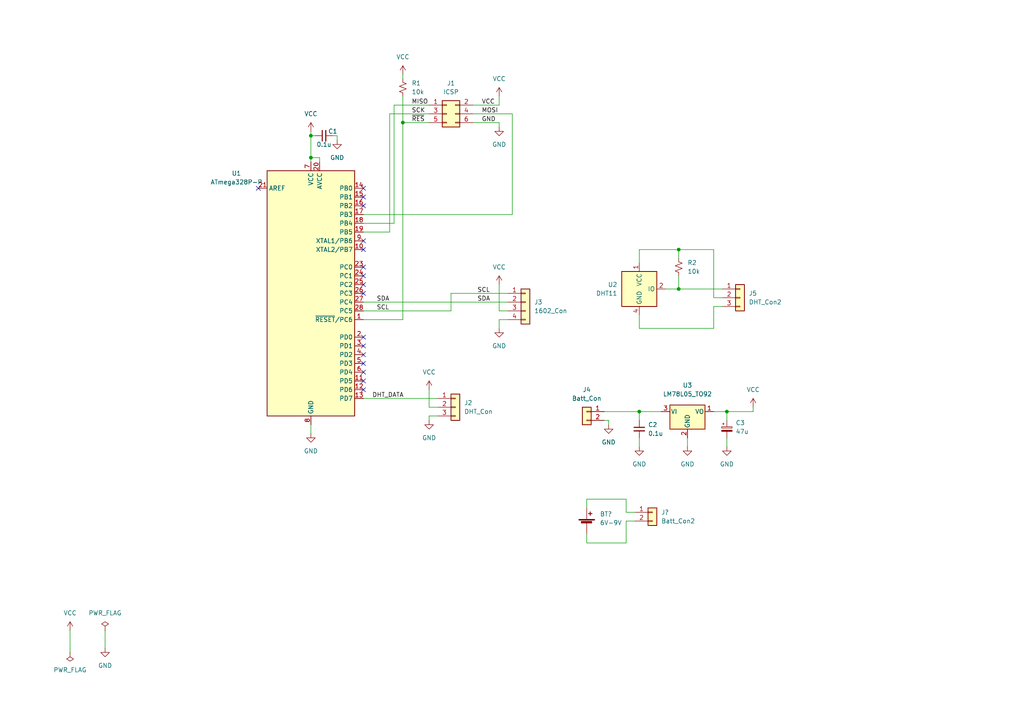
<source format=kicad_sch>
(kicad_sch (version 20211123) (generator eeschema)
  (paper "A4")
  (title_block (title "DHT11を使用した温湿度計") (date "2022-12-04") (rev "1") (company "KUNI-NET") (comment 1 "温湿度センサーにDHT11を使用した温湿度計。液晶をI2C接続する。"))
  (lib_symbols
    (symbol "Connector_Generic:Conn_01x02" (pin_names (offset 1.016) hide)
      (property "Reference" "J" (at 0 2.54 0))
      (property "Value" "Conn_01x02" (at 0 -5.08 0))
      (symbol "Conn_01x02_1_1"
        (rectangle (start -1.27 -2.413) (end 0 -2.667) (stroke (width 0.1524)))
        (rectangle (start -1.27 0.127) (end 0 -0.127) (stroke (width 0.1524)))
        (rectangle (start -1.27 1.27) (end 1.27 -3.81) (stroke (width 0.254)) (fill (type background)))
        (pin passive line (at -5.08 0 0) (length 3.81) (name "Pin_1") (number "1"))
        (pin passive line (at -5.08 -2.54 0) (length 3.81) (name "Pin_2") (number "2"))
      )
    )
    (symbol "Connector_Generic:Conn_01x03" (pin_names (offset 1.016) hide)
      (property "Reference" "J" (at 0 5.08 0))
      (property "Value" "Conn_01x03" (at 0 -5.08 0))
      (symbol "Conn_01x03_1_1"
        (rectangle (start -1.27 -2.413) (end 0 -2.667) (stroke (width 0.1524)))
        (rectangle (start -1.27 0.127) (end 0 -0.127) (stroke (width 0.1524)))
        (rectangle (start -1.27 2.667) (end 0 2.413) (stroke (width 0.1524)))
        (rectangle (start -1.27 3.81) (end 1.27 -3.81) (stroke (width 0.254)) (fill (type background)))
        (pin passive line (at -5.08 2.54 0) (length 3.81) (name "Pin_1") (number "1"))
        (pin passive line (at -5.08 0 0) (length 3.81) (name "Pin_2") (number "2"))
        (pin passive line (at -5.08 -2.54 0) (length 3.81) (name "Pin_3") (number "3"))
      )
    )
    (symbol "Connector_Generic:Conn_01x04" (pin_names (offset 1.016) hide)
      (property "Reference" "J" (at 0 5.08 0))
      (property "Value" "Conn_01x04" (at 0 -7.62 0))
      (symbol "Conn_01x04_1_1"
        (rectangle (start -1.27 -4.953) (end 0 -5.207) (stroke (width 0.1524)))
        (rectangle (start -1.27 -2.413) (end 0 -2.667) (stroke (width 0.1524)))
        (rectangle (start -1.27 0.127) (end 0 -0.127) (stroke (width 0.1524)))
        (rectangle (start -1.27 2.667) (end 0 2.413) (stroke (width 0.1524)))
        (rectangle (start -1.27 3.81) (end 1.27 -6.35) (stroke (width 0.254)) (fill (type background)))
        (pin passive line (at -5.08 2.54 0) (length 3.81) (name "Pin_1") (number "1"))
        (pin passive line (at -5.08 0 0) (length 3.81) (name "Pin_2") (number "2"))
        (pin passive line (at -5.08 -2.54 0) (length 3.81) (name "Pin_3") (number "3"))
        (pin passive line (at -5.08 -5.08 0) (length 3.81) (name "Pin_4") (number "4"))
      )
    )
    (symbol "Connector_Generic:Conn_02x03_Odd_Even" (pin_names (offset 1.016) hide)
      (property "Reference" "J" (at 1.27 5.08 0))
      (property "Value" "Conn_02x03_Odd_Even" (at 1.27 -5.08 0))
      (symbol "Conn_02x03_Odd_Even_1_1"
        (rectangle (start -1.27 -2.413) (end 0 -2.667) (stroke (width 0.1524)))
        (rectangle (start -1.27 0.127) (end 0 -0.127) (stroke (width 0.1524)))
        (rectangle (start -1.27 2.667) (end 0 2.413) (stroke (width 0.1524)))
        (rectangle (start -1.27 3.81) (end 3.81 -3.81) (stroke (width 0.254)) (fill (type background)))
        (rectangle (start 3.81 -2.413) (end 2.54 -2.667) (stroke (width 0.1524)))
        (rectangle (start 3.81 0.127) (end 2.54 -0.127) (stroke (width 0.1524)))
        (rectangle (start 3.81 2.667) (end 2.54 2.413) (stroke (width 0.1524)))
        (pin passive line (at -5.08 2.54 0) (length 3.81) (name "Pin_1") (number "1"))
        (pin passive line (at 7.62 2.54 180) (length 3.81) (name "Pin_2") (number "2"))
        (pin passive line (at -5.08 0 0) (length 3.81) (name "Pin_3") (number "3"))
        (pin passive line (at 7.62 0 180) (length 3.81) (name "Pin_4") (number "4"))
        (pin passive line (at -5.08 -2.54 0) (length 3.81) (name "Pin_5") (number "5"))
        (pin passive line (at 7.62 -2.54 180) (length 3.81) (name "Pin_6") (number "6"))
      )
    )
    (symbol "Device:Battery_Cell" (pin_numbers hide) (pin_names (offset 0) hide)
      (property "Reference" "BT" (at 2.54 2.54 0))
      (property "Value" "Battery_Cell" (at 2.54 0 0))
      (symbol "Battery_Cell_0_1"
        (rectangle (start -2.286 1.778) (end 2.286 1.524) (fill (type outline)))
        (rectangle (start -1.5748 1.1938) (end 1.4732 0.6858) (fill (type outline)))
        (polyline (pts (xy 0 0.762) (xy 0 0)))
        (polyline (pts (xy 0 1.778) (xy 0 2.54)))
        (polyline (pts (xy 0.508 3.429) (xy 1.524 3.429)) (stroke (width 0.254)))
        (polyline (pts (xy 1.016 3.937) (xy 1.016 2.921)) (stroke (width 0.254)))
      )
      (symbol "Battery_Cell_1_1"
        (pin passive line (at 0 5.08 270) (length 2.54) (name "+") (number "1"))
        (pin passive line (at 0 -2.54 90) (length 2.54) (name "-") (number "2"))
      )
    )
    (symbol "Device:C_Polarized_Small" (pin_numbers hide) (pin_names (offset 0.254) hide)
      (property "Reference" "C" (at 0.254 1.778 0))
      (property "Value" "C_Polarized_Small" (at 0.254 -2.032 0))
      (symbol "C_Polarized_Small_0_1"
        (rectangle (start -1.524 -0.3048) (end 1.524 -0.6858) (fill (type outline)))
        (rectangle (start -1.524 0.6858) (end 1.524 0.3048))
        (polyline (pts (xy -1.27 1.524) (xy -0.762 1.524)))
        (polyline (pts (xy -1.016 1.27) (xy -1.016 1.778)))
      )
      (symbol "C_Polarized_Small_1_1"
        (pin passive line (at 0 2.54 270) (length 1.8542) (name "~") (number "1"))
        (pin passive line (at 0 -2.54 90) (length 1.8542) (name "~") (number "2"))
      )
    )
    (symbol "Device:C_Small" (pin_numbers hide) (pin_names (offset 0.254) hide)
      (property "Reference" "C" (at 0.254 1.778 0))
      (property "Value" "C_Small" (at 0.254 -2.032 0))
      (symbol "C_Small_0_1"
        (polyline (pts (xy -1.524 -0.508) (xy 1.524 -0.508)) (stroke (width 0.3302)))
        (polyline (pts (xy -1.524 0.508) (xy 1.524 0.508)) (stroke (width 0.3048)))
      )
      (symbol "C_Small_1_1"
        (pin passive line (at 0 2.54 270) (length 2.032) (name "~") (number "1"))
        (pin passive line (at 0 -2.54 90) (length 2.032) (name "~") (number "2"))
      )
    )
    (symbol "Device:R_Small_US" (pin_numbers hide) (pin_names (offset 0.254) hide)
      (property "Reference" "R" (at 0.762 0.508 0))
      (property "Value" "R_Small_US" (at 0.762 -1.016 0))
      (symbol "R_Small_US_1_1"
        (polyline (pts (xy 0 0) (xy 1.016 -0.381) (xy 0 -0.762) (xy -1.016 -1.143) (xy 0 -1.524)))
        (polyline (pts (xy 0 1.524) (xy 1.016 1.143) (xy 0 0.762) (xy -1.016 0.381) (xy 0 0)))
        (pin passive line (at 0 2.54 270) (length 1.016) (name "~") (number "1"))
        (pin passive line (at 0 -2.54 90) (length 1.016) (name "~") (number "2"))
      )
    )
    (symbol "MCU_Microchip_ATmega:ATmega328P-P"
      (property "Reference" "U" (at -12.7 36.83 0))
      (property "Value" "ATmega328P-P" (at 2.54 -36.83 0))
      (symbol "ATmega328P-P_0_1"
        (rectangle (start -12.7 -35.56) (end 12.7 35.56) (stroke (width 0.254)) (fill (type background)))
      )
      (symbol "ATmega328P-P_1_1"
        (pin bidirectional line (at 15.24 -7.62 180) (length 2.54) (name "~{RESET}/PC6") (number "1"))
        (pin bidirectional line (at 15.24 12.7 180) (length 2.54) (name "XTAL2/PB7") (number "10"))
        (pin bidirectional line (at 15.24 -25.4 180) (length 2.54) (name "PD5") (number "11"))
        (pin bidirectional line (at 15.24 -27.94 180) (length 2.54) (name "PD6") (number "12"))
        (pin bidirectional line (at 15.24 -30.48 180) (length 2.54) (name "PD7") (number "13"))
        (pin bidirectional line (at 15.24 30.48 180) (length 2.54) (name "PB0") (number "14"))
        (pin bidirectional line (at 15.24 27.94 180) (length 2.54) (name "PB1") (number "15"))
        (pin bidirectional line (at 15.24 25.4 180) (length 2.54) (name "PB2") (number "16"))
        (pin bidirectional line (at 15.24 22.86 180) (length 2.54) (name "PB3") (number "17"))
        (pin bidirectional line (at 15.24 20.32 180) (length 2.54) (name "PB4") (number "18"))
        (pin bidirectional line (at 15.24 17.78 180) (length 2.54) (name "PB5") (number "19"))
        (pin bidirectional line (at 15.24 -12.7 180) (length 2.54) (name "PD0") (number "2"))
        (pin power_in line (at 2.54 38.1 270) (length 2.54) (name "AVCC") (number "20"))
        (pin passive line (at -15.24 30.48 0) (length 2.54) (name "AREF") (number "21"))
        (pin passive line (at 0 -38.1 90) (length 2.54) hide (name "GND") (number "22"))
        (pin bidirectional line (at 15.24 7.62 180) (length 2.54) (name "PC0") (number "23"))
        (pin bidirectional line (at 15.24 5.08 180) (length 2.54) (name "PC1") (number "24"))
        (pin bidirectional line (at 15.24 2.54 180) (length 2.54) (name "PC2") (number "25"))
        (pin bidirectional line (at 15.24 0 180) (length 2.54) (name "PC3") (number "26"))
        (pin bidirectional line (at 15.24 -2.54 180) (length 2.54) (name "PC4") (number "27"))
        (pin bidirectional line (at 15.24 -5.08 180) (length 2.54) (name "PC5") (number "28"))
        (pin bidirectional line (at 15.24 -15.24 180) (length 2.54) (name "PD1") (number "3"))
        (pin bidirectional line (at 15.24 -17.78 180) (length 2.54) (name "PD2") (number "4"))
        (pin bidirectional line (at 15.24 -20.32 180) (length 2.54) (name "PD3") (number "5"))
        (pin bidirectional line (at 15.24 -22.86 180) (length 2.54) (name "PD4") (number "6"))
        (pin power_in line (at 0 38.1 270) (length 2.54) (name "VCC") (number "7"))
        (pin power_in line (at 0 -38.1 90) (length 2.54) (name "GND") (number "8"))
        (pin bidirectional line (at 15.24 15.24 180) (length 2.54) (name "XTAL1/PB6") (number "9"))
      )
    )
    (symbol "Regulator_Linear:LM78L05_TO92" (pin_names (offset 0.254))
      (property "Reference" "U" (at -3.81 3.175 0))
      (property "Value" "LM78L05_TO92" (at 0 3.175 0))
      (symbol "LM78L05_TO92_0_1"
        (rectangle (start -5.08 -5.08) (end 5.08 1.905) (stroke (width 0.254)) (fill (type background)))
      )
      (symbol "LM78L05_TO92_1_1"
        (pin power_out line (at 7.62 0 180) (length 2.54) (name "VO") (number "1"))
        (pin power_in line (at 0 -7.62 90) (length 2.54) (name "GND") (number "2"))
        (pin power_in line (at -7.62 0 0) (length 2.54) (name "VI") (number "3"))
      )
    )
    (symbol "Sensor:DHT11"
      (property "Reference" "U" (at -3.81 6.35 0))
      (property "Value" "DHT11" (at 3.81 6.35 0))
      (symbol "DHT11_0_1"
        (rectangle (start -5.08 5.08) (end 5.08 -5.08) (stroke (width 0.254)) (fill (type background)))
      )
      (symbol "DHT11_1_1"
        (pin power_in line (at 0 7.62 270) (length 2.54) (name "VCC") (number "1"))
        (pin bidirectional line (at 7.62 0 180) (length 2.54) (name "IO") (number "2"))
        (pin no_connect line (at -5.08 0 0) (length 2.54) hide (name "NC") (number "3"))
        (pin power_in line (at 0 -7.62 90) (length 2.54) (name "GND") (number "4"))
      )
    )
    (symbol "power:GND" (power) (pin_names (offset 0))
      (property "Value" "GND" (at 0 -3.81 0))
      (symbol "GND_0_1"
        (polyline (pts (xy 0 0) (xy 0 -1.27) (xy 1.27 -1.27) (xy 0 -2.54) (xy -1.27 -1.27) (xy 0 -1.27)))
      )
      (symbol "GND_1_1"
        (pin power_in line (at 0 0 270) (length 0) hide (name "GND") (number "1"))
      )
    )
    (symbol "power:PWR_FLAG" (power) (pin_numbers hide) (pin_names (offset 0) hide)
      (property "Value" "PWR_FLAG" (at 0 3.81 0))
      (symbol "PWR_FLAG_0_0"
        (pin power_out line (at 0 0 90) (length 0) (name "pwr") (number "1"))
      )
      (symbol "PWR_FLAG_0_1"
        (polyline (pts (xy 0 0) (xy 0 1.27) (xy -1.016 1.905) (xy 0 2.54) (xy 1.016 1.905) (xy 0 1.27)))
      )
    )
    (symbol "power:VCC" (power) (pin_names (offset 0))
      (property "Value" "VCC" (at 0 3.81 0))
      (symbol "VCC_0_1"
        (polyline (pts (xy -0.762 1.27) (xy 0 2.54)))
        (polyline (pts (xy 0 0) (xy 0 2.54)))
        (polyline (pts (xy 0 2.54) (xy 0.762 1.27)))
      )
      (symbol "VCC_1_1"
        (pin power_in line (at 0 0 90) (length 0) hide (name "VCC") (number "1"))
      )
    )
  )
  (junction (at 185.42 119.38))
  (junction (at 196.85 83.82))
  (junction (at 90.17 39.37))
  (junction (at 116.84 35.56))
  (junction (at 196.85 72.39))
  (junction (at 90.17 45.72))
  (junction (at 210.82 119.38))
  (no_connect (at 74.93 54.61))
  (no_connect (at 105.41 54.61))
  (no_connect (at 105.41 85.09))
  (no_connect (at 105.41 110.49))
  (no_connect (at 105.41 113.03))
  (no_connect (at 105.41 97.79))
  (no_connect (at 105.41 100.33))
  (no_connect (at 105.41 102.87))
  (no_connect (at 105.41 105.41))
  (no_connect (at 105.41 107.95))
  (no_connect (at 105.41 80.01))
  (no_connect (at 105.41 82.55))
  (no_connect (at 105.41 77.47))
  (no_connect (at 105.41 69.85))
  (no_connect (at 105.41 72.39))
  (no_connect (at 105.41 57.15))
  (no_connect (at 105.41 59.69))
  (wire (pts (xy 113.03 33.02) (xy 124.46 33.02)))
  (wire (pts (xy 20.32 182.88) (xy 20.32 189.23)))
  (wire (pts (xy 137.16 33.02) (xy 148.59 33.02)))
  (wire (pts (xy 184.15 151.13) (xy 181.61 151.13)))
  (wire (pts (xy 181.61 157.48) (xy 170.18 157.48)))
  (wire (pts (xy 92.71 45.72) (xy 92.71 46.99)))
  (wire (pts (xy 147.32 90.17) (xy 144.78 90.17)))
  (wire (pts (xy 130.81 90.17) (xy 130.81 85.09)))
  (wire (pts (xy 148.59 62.23) (xy 148.59 33.02)))
  (wire (pts (xy 144.78 35.56) (xy 144.78 36.83)))
  (wire (pts (xy 116.84 27.94) (xy 116.84 35.56)))
  (wire (pts (xy 90.17 123.19) (xy 90.17 125.73)))
  (wire (pts (xy 185.42 119.38) (xy 185.42 121.92)))
  (wire (pts (xy 124.46 113.03) (xy 124.46 118.11)))
  (wire (pts (xy 116.84 35.56) (xy 124.46 35.56)))
  (wire (pts (xy 90.17 38.1) (xy 90.17 39.37)))
  (wire (pts (xy 144.78 27.94) (xy 144.78 30.48)))
  (wire (pts (xy 181.61 148.59) (xy 184.15 148.59)))
  (wire (pts (xy 196.85 72.39) (xy 196.85 74.93)))
  (wire (pts (xy 90.17 45.72) (xy 90.17 46.99)))
  (wire (pts (xy 170.18 157.48) (xy 170.18 154.94)))
  (wire (pts (xy 196.85 80.01) (xy 196.85 83.82)))
  (wire (pts (xy 210.82 119.38) (xy 210.82 121.92)))
  (wire (pts (xy 105.41 67.31) (xy 113.03 67.31)))
  (wire (pts (xy 144.78 92.71) (xy 144.78 95.25)))
  (wire (pts (xy 207.01 95.25) (xy 207.01 88.9)))
  (wire (pts (xy 116.84 92.71) (xy 116.84 35.56)))
  (wire (pts (xy 137.16 35.56) (xy 144.78 35.56)))
  (wire (pts (xy 105.41 92.71) (xy 116.84 92.71)))
  (wire (pts (xy 90.17 45.72) (xy 92.71 45.72)))
  (wire (pts (xy 114.3 64.77) (xy 105.41 64.77)))
  (wire (pts (xy 170.18 147.32) (xy 170.18 144.78)))
  (wire (pts (xy 105.41 90.17) (xy 130.81 90.17)))
  (wire (pts (xy 90.17 39.37) (xy 91.44 39.37)))
  (wire (pts (xy 185.42 72.39) (xy 196.85 72.39)))
  (wire (pts (xy 176.53 121.92) (xy 176.53 123.19)))
  (wire (pts (xy 175.26 119.38) (xy 185.42 119.38)))
  (wire (pts (xy 144.78 82.55) (xy 144.78 90.17)))
  (wire (pts (xy 185.42 127) (xy 185.42 129.54)))
  (wire (pts (xy 170.18 144.78) (xy 181.61 144.78)))
  (wire (pts (xy 130.81 85.09) (xy 147.32 85.09)))
  (wire (pts (xy 114.3 30.48) (xy 114.3 64.77)))
  (wire (pts (xy 113.03 67.31) (xy 113.03 33.02)))
  (wire (pts (xy 207.01 119.38) (xy 210.82 119.38)))
  (wire (pts (xy 196.85 83.82) (xy 209.55 83.82)))
  (wire (pts (xy 97.79 39.37) (xy 97.79 40.64)))
  (wire (pts (xy 105.41 115.57) (xy 127 115.57)))
  (wire (pts (xy 210.82 127) (xy 210.82 129.54)))
  (wire (pts (xy 124.46 120.65) (xy 124.46 121.92)))
  (wire (pts (xy 185.42 95.25) (xy 207.01 95.25)))
  (wire (pts (xy 199.39 127) (xy 199.39 129.54)))
  (wire (pts (xy 114.3 30.48) (xy 124.46 30.48)))
  (wire (pts (xy 144.78 92.71) (xy 147.32 92.71)))
  (wire (pts (xy 96.52 39.37) (xy 97.79 39.37)))
  (wire (pts (xy 116.84 21.59) (xy 116.84 22.86)))
  (wire (pts (xy 207.01 86.36) (xy 209.55 86.36)))
  (wire (pts (xy 181.61 144.78) (xy 181.61 148.59)))
  (wire (pts (xy 175.26 121.92) (xy 176.53 121.92)))
  (wire (pts (xy 185.42 119.38) (xy 191.77 119.38)))
  (wire (pts (xy 207.01 88.9) (xy 209.55 88.9)))
  (wire (pts (xy 30.48 182.88) (xy 30.48 187.96)))
  (wire (pts (xy 90.17 39.37) (xy 90.17 45.72)))
  (wire (pts (xy 193.04 83.82) (xy 196.85 83.82)))
  (wire (pts (xy 181.61 151.13) (xy 181.61 157.48)))
  (wire (pts (xy 137.16 30.48) (xy 144.78 30.48)))
  (wire (pts (xy 196.85 72.39) (xy 207.01 72.39)))
  (wire (pts (xy 207.01 72.39) (xy 207.01 86.36)))
  (wire (pts (xy 124.46 118.11) (xy 127 118.11)))
  (wire (pts (xy 185.42 91.44) (xy 185.42 95.25)))
  (wire (pts (xy 185.42 76.2) (xy 185.42 72.39)))
  (wire (pts (xy 210.82 119.38) (xy 218.44 119.38)))
  (wire (pts (xy 105.41 87.63) (xy 147.32 87.63)))
  (wire (pts (xy 127 120.65) (xy 124.46 120.65)))
  (wire (pts (xy 218.44 119.38) (xy 218.44 118.11)))
  (wire (pts (xy 105.41 62.23) (xy 148.59 62.23)))
  (label "SDA" (at 138.43 87.63 0))
  (label "~{RES}" (at 119.38 35.56 0))
  (label "DHT_DATA" (at 107.95 115.57 0))
  (label "SDA" (at 109.22 87.63 0))
  (label "SCL" (at 109.22 90.17 0))
  (label "GND" (at 139.7 35.56 0))
  (label "MOSI" (at 139.7 33.02 0))
  (label "SCK" (at 119.38 33.02 0))
  (label "VCC" (at 139.7 30.48 0))
  (label "MISO" (at 119.38 30.48 0))
  (label "SCL" (at 138.43 85.09 0))
  (symbol (lib_id "Device:R_Small_US") (at 116.84 25.4 0) (unit 1)
    (property "Reference" "R1" (at 119.38 24.1299 0) (effects (justify left)))
    (property "Value" "10k" (at 119.38 26.6699 0) (effects (justify left)))
  )
  (symbol (lib_id "Connector_Generic:Conn_01x03") (at 214.63 86.36 0) (unit 1)
    (property "Reference" "J5" (at 217.17 85.0899 0) (effects (justify left)))
    (property "Value" "DHT_Con2" (at 217.17 87.6299 0) (effects (justify left)))
  )
  (symbol (lib_id "Connector_Generic:Conn_01x02") (at 189.23 148.59 0) (unit 1)
    (property "Reference" "J?" (at 191.77 148.5899 0) (effects (justify left)))
    (property "Value" "Batt_Con2" (at 191.77 151.1299 0) (effects (justify left)))
  )
  (symbol (lib_id "power:GND") (at 97.79 40.64 0) (unit 1)
    (property "Reference" "#PWR05" (effects hide))
    (property "Value" "GND" (at 97.79 45.72 0))
  )
  (symbol (lib_id "power:VCC") (at 20.32 182.88 0) (unit 1)
    (property "Reference" "#PWR01" (effects hide))
    (property "Value" "VCC" (at 20.32 177.8 0))
  )
  (symbol (lib_id "Connector_Generic:Conn_02x03_Odd_Even") (at 129.54 33.02 0) (unit 1)
    (property "Reference" "J1" (at 130.81 24.13 0))
    (property "Value" "ICSP" (at 130.81 26.67 0))
  )
  (symbol (lib_id "power:VCC") (at 218.44 118.11 0) (unit 1)
    (property "Reference" "#PWR017" (effects hide))
    (property "Value" "VCC" (at 218.44 113.03 0))
  )
  (symbol (lib_id "Device:C_Polarized_Small") (at 210.82 124.46 0) (unit 1)
    (property "Reference" "C3" (at 213.36 122.6438 0) (effects (justify left)))
    (property "Value" "47u" (at 213.36 125.1838 0) (effects (justify left)))
  )
  (symbol (lib_id "power:VCC") (at 116.84 21.59 0) (unit 1)
    (property "Reference" "#PWR06" (effects hide))
    (property "Value" "VCC" (at 116.84 16.51 0))
  )
  (symbol (lib_id "power:PWR_FLAG") (at 20.32 189.23 180) (unit 1)
    (property "Reference" "#FLG01" (effects hide))
    (property "Value" "PWR_FLAG" (at 20.32 194.31 0))
  )
  (symbol (lib_id "MCU_Microchip_ATmega:ATmega328P-P") (at 90.17 85.09 0) (unit 1)
    (property "Reference" "U1" (at 68.58 50.2793 0))
    (property "Value" "ATmega328P-P" (at 68.58 52.8193 0))
    (property "Footprint" "Package_DIP:DIP-28_W7.62mm" (effects hide))
    (property "Datasheet" "http://ww1.microchip.com/downloads/en/DeviceDoc/ATmega328_P%20AVR%20MCU%20with%20picoPower%20Technology%20Data%20Sheet%2040001984A.pdf" (effects hide))
  )
  (symbol (lib_id "power:GND") (at 30.48 187.96 0) (unit 1)
    (property "Reference" "#PWR02" (effects hide))
    (property "Value" "GND" (at 30.48 193.04 0))
  )
  (symbol (lib_id "power:GND") (at 176.53 123.19 0) (unit 1)
    (property "Reference" "#PWR013" (effects hide))
    (property "Value" "GND" (at 176.53 128.27 0))
  )
  (symbol (lib_id "power:GND") (at 199.39 129.54 0) (unit 1)
    (property "Reference" "#PWR015" (effects hide))
    (property "Value" "GND" (at 199.39 134.62 0))
  )
  (symbol (lib_id "power:VCC") (at 144.78 27.94 0) (unit 1)
    (property "Reference" "#PWR09" (effects hide))
    (property "Value" "VCC" (at 144.78 22.86 0))
  )
  (symbol (lib_id "power:GND") (at 185.42 129.54 0) (unit 1)
    (property "Reference" "#PWR014" (effects hide))
    (property "Value" "GND" (at 185.42 134.62 0))
  )
  (symbol (lib_id "Sensor:DHT11") (at 185.42 83.82 0) (unit 1)
    (property "Reference" "U2" (at 179.07 82.5499 0) (effects (justify right)))
    (property "Value" "DHT11" (at 179.07 85.0899 0) (effects (justify right)))
    (property "Footprint" "Sensor:Aosong_DHT11_5.5x12.0_P2.54mm" (effects hide))
    (property "Datasheet" "http://akizukidenshi.com/download/ds/aosong/DHT11.pdf" (effects hide))
  )
  (symbol (lib_id "Device:C_Small") (at 93.98 39.37 90) (unit 1)
    (property "Reference" "C1" (at 96.5263 38.1 90))
    (property "Value" "0.1u" (at 93.9863 41.91 90))
  )
  (symbol (lib_id "power:GND") (at 144.78 95.25 0) (unit 1)
    (property "Reference" "#PWR012" (effects hide))
    (property "Value" "GND" (at 144.78 100.33 0))
  )
  (symbol (lib_id "power:VCC") (at 124.46 113.03 0) (unit 1)
    (property "Reference" "#PWR07" (effects hide))
    (property "Value" "VCC" (at 124.46 107.95 0))
  )
  (symbol (lib_id "Regulator_Linear:LM78L05_TO92") (at 199.39 119.38 0) (unit 1)
    (property "Reference" "U3" (at 199.39 111.76 0))
    (property "Value" "LM78L05_TO92" (at 199.39 114.3 0))
    (property "Footprint" "Package_TO_SOT_THT:TO-92_Inline" (effects hide))
    (property "Datasheet" "https://www.onsemi.com/pub/Collateral/MC78L06A-D.pdf" (effects hide))
  )
  (symbol (lib_id "power:GND") (at 90.17 125.73 0) (unit 1)
    (property "Reference" "#PWR04" (effects hide))
    (property "Value" "GND" (at 90.17 130.81 0))
  )
  (symbol (lib_id "power:VCC") (at 144.78 82.55 0) (unit 1)
    (property "Reference" "#PWR011" (effects hide))
    (property "Value" "VCC" (at 144.78 77.47 0))
  )
  (symbol (lib_id "Connector_Generic:Conn_01x02") (at 170.18 119.38 0) (mirror y) (unit 1)
    (property "Reference" "J4" (at 170.18 113.03 0))
    (property "Value" "Batt_Con" (at 170.18 115.57 0))
  )
  (symbol (lib_id "power:GND") (at 144.78 36.83 0) (unit 1)
    (property "Reference" "#PWR010" (effects hide))
    (property "Value" "GND" (at 144.78 41.91 0))
  )
  (symbol (lib_id "power:VCC") (at 90.17 38.1 0) (unit 1)
    (property "Reference" "#PWR03" (effects hide))
    (property "Value" "VCC" (at 90.17 33.02 0))
  )
  (symbol (lib_id "Connector_Generic:Conn_01x04") (at 152.4 87.63 0) (unit 1)
    (property "Reference" "J3" (at 154.94 87.6299 0) (effects (justify left)))
    (property "Value" "1602_Con" (at 154.94 90.1699 0) (effects (justify left)))
  )
  (symbol (lib_id "power:GND") (at 124.46 121.92 0) (unit 1)
    (property "Reference" "#PWR08" (effects hide))
    (property "Value" "GND" (at 124.46 127 0))
  )
  (symbol (lib_id "power:GND") (at 210.82 129.54 0) (unit 1)
    (property "Reference" "#PWR016" (effects hide))
    (property "Value" "GND" (at 210.82 134.62 0))
  )
  (symbol (lib_id "Device:R_Small_US") (at 196.85 77.47 0) (unit 1)
    (property "Reference" "R2" (at 199.39 76.1999 0) (effects (justify left)))
    (property "Value" "10k" (at 199.39 78.7399 0) (effects (justify left)))
  )
  (symbol (lib_id "Device:Battery_Cell") (at 170.18 152.4 0) (unit 1)
    (property "Reference" "BT?" (at 173.99 149.0979 0) (effects (justify left)))
    (property "Value" "6V-9V" (at 173.99 151.6379 0) (effects (justify left)))
  )
  (symbol (lib_id "Connector_Generic:Conn_01x03") (at 132.08 118.11 0) (unit 1)
    (property "Reference" "J2" (at 134.62 116.8399 0) (effects (justify left)))
    (property "Value" "DHT_Con" (at 134.62 119.3799 0) (effects (justify left)))
  )
  (symbol (lib_id "power:PWR_FLAG") (at 30.48 182.88 0) (unit 1)
    (property "Reference" "#FLG02" (effects hide))
    (property "Value" "PWR_FLAG" (at 30.48 177.8 0))
  )
  (symbol (lib_id "Device:C_Small") (at 185.42 124.46 0) (unit 1)
    (property "Reference" "C2" (at 187.96 123.1962 0) (effects (justify left)))
    (property "Value" "0.1u" (at 187.96 125.7362 0) (effects (justify left)))
  )
)
</source>
